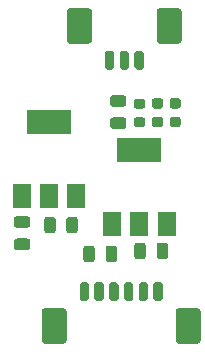
<source format=gbr>
%TF.GenerationSoftware,KiCad,Pcbnew,(5.99.0-2358-g6d8fb94d8)*%
%TF.CreationDate,2020-07-21T23:14:41+08:00*%
%TF.ProjectId,TheFC,54686546-432e-46b6-9963-61645f706362,1.0*%
%TF.SameCoordinates,Original*%
%TF.FileFunction,Paste,Bot*%
%TF.FilePolarity,Positive*%
%FSLAX46Y46*%
G04 Gerber Fmt 4.6, Leading zero omitted, Abs format (unit mm)*
G04 Created by KiCad (PCBNEW (5.99.0-2358-g6d8fb94d8)) date 2020-07-21 23:14:41*
%MOMM*%
%LPD*%
G01*
G04 APERTURE LIST*
%ADD10R,3.800000X2.000000*%
%ADD11R,1.500000X2.000000*%
G04 APERTURE END LIST*
%TO.C,J1*%
G36*
G01*
X118000000Y-63535999D02*
X118000000Y-61036001D01*
G75*
G02*
X118250001Y-60786000I250001J0D01*
G01*
X119849999Y-60786000D01*
G75*
G02*
X120100000Y-61036001I0J-250001D01*
G01*
X120100000Y-63535999D01*
G75*
G02*
X119849999Y-63786000I-250001J0D01*
G01*
X118250001Y-63786000D01*
G75*
G02*
X118000000Y-63535999I0J250001D01*
G01*
G37*
G36*
G01*
X110400000Y-63535999D02*
X110400000Y-61036001D01*
G75*
G02*
X110650001Y-60786000I250001J0D01*
G01*
X112249999Y-60786000D01*
G75*
G02*
X112500000Y-61036001I0J-250001D01*
G01*
X112500000Y-63535999D01*
G75*
G02*
X112249999Y-63786000I-250001J0D01*
G01*
X110650001Y-63786000D01*
G75*
G02*
X110400000Y-63535999I0J250001D01*
G01*
G37*
G36*
G01*
X116100000Y-65786000D02*
X116100000Y-64586000D01*
G75*
G02*
X116300000Y-64386000I200000J0D01*
G01*
X116700000Y-64386000D01*
G75*
G02*
X116900000Y-64586000I0J-200000D01*
G01*
X116900000Y-65786000D01*
G75*
G02*
X116700000Y-65986000I-200000J0D01*
G01*
X116300000Y-65986000D01*
G75*
G02*
X116100000Y-65786000I0J200000D01*
G01*
G37*
G36*
G01*
X114850000Y-65786000D02*
X114850000Y-64586000D01*
G75*
G02*
X115050000Y-64386000I200000J0D01*
G01*
X115450000Y-64386000D01*
G75*
G02*
X115650000Y-64586000I0J-200000D01*
G01*
X115650000Y-65786000D01*
G75*
G02*
X115450000Y-65986000I-200000J0D01*
G01*
X115050000Y-65986000D01*
G75*
G02*
X114850000Y-65786000I0J200000D01*
G01*
G37*
G36*
G01*
X113600000Y-65786000D02*
X113600000Y-64586000D01*
G75*
G02*
X113800000Y-64386000I200000J0D01*
G01*
X114200000Y-64386000D01*
G75*
G02*
X114400000Y-64586000I0J-200000D01*
G01*
X114400000Y-65786000D01*
G75*
G02*
X114200000Y-65986000I-200000J0D01*
G01*
X113800000Y-65986000D01*
G75*
G02*
X113600000Y-65786000I0J200000D01*
G01*
G37*
%TD*%
%TO.C,J2*%
G36*
G01*
X110361000Y-86428001D02*
X110361000Y-88927999D01*
G75*
G02*
X110110999Y-89178000I-250001J0D01*
G01*
X108511001Y-89178000D01*
G75*
G02*
X108261000Y-88927999I0J250001D01*
G01*
X108261000Y-86428001D01*
G75*
G02*
X108511001Y-86178000I250001J0D01*
G01*
X110110999Y-86178000D01*
G75*
G02*
X110361000Y-86428001I0J-250001D01*
G01*
G37*
G36*
G01*
X121711000Y-86428001D02*
X121711000Y-88927999D01*
G75*
G02*
X121460999Y-89178000I-250001J0D01*
G01*
X119861001Y-89178000D01*
G75*
G02*
X119611000Y-88927999I0J250001D01*
G01*
X119611000Y-86428001D01*
G75*
G02*
X119861001Y-86178000I250001J0D01*
G01*
X121460999Y-86178000D01*
G75*
G02*
X121711000Y-86428001I0J-250001D01*
G01*
G37*
G36*
G01*
X112261000Y-84178000D02*
X112261000Y-85378000D01*
G75*
G02*
X112061000Y-85578000I-200000J0D01*
G01*
X111661000Y-85578000D01*
G75*
G02*
X111461000Y-85378000I0J200000D01*
G01*
X111461000Y-84178000D01*
G75*
G02*
X111661000Y-83978000I200000J0D01*
G01*
X112061000Y-83978000D01*
G75*
G02*
X112261000Y-84178000I0J-200000D01*
G01*
G37*
G36*
G01*
X113511000Y-84178000D02*
X113511000Y-85378000D01*
G75*
G02*
X113311000Y-85578000I-200000J0D01*
G01*
X112911000Y-85578000D01*
G75*
G02*
X112711000Y-85378000I0J200000D01*
G01*
X112711000Y-84178000D01*
G75*
G02*
X112911000Y-83978000I200000J0D01*
G01*
X113311000Y-83978000D01*
G75*
G02*
X113511000Y-84178000I0J-200000D01*
G01*
G37*
G36*
G01*
X114761000Y-84178000D02*
X114761000Y-85378000D01*
G75*
G02*
X114561000Y-85578000I-200000J0D01*
G01*
X114161000Y-85578000D01*
G75*
G02*
X113961000Y-85378000I0J200000D01*
G01*
X113961000Y-84178000D01*
G75*
G02*
X114161000Y-83978000I200000J0D01*
G01*
X114561000Y-83978000D01*
G75*
G02*
X114761000Y-84178000I0J-200000D01*
G01*
G37*
G36*
G01*
X116011000Y-84178000D02*
X116011000Y-85378000D01*
G75*
G02*
X115811000Y-85578000I-200000J0D01*
G01*
X115411000Y-85578000D01*
G75*
G02*
X115211000Y-85378000I0J200000D01*
G01*
X115211000Y-84178000D01*
G75*
G02*
X115411000Y-83978000I200000J0D01*
G01*
X115811000Y-83978000D01*
G75*
G02*
X116011000Y-84178000I0J-200000D01*
G01*
G37*
G36*
G01*
X117261000Y-84178000D02*
X117261000Y-85378000D01*
G75*
G02*
X117061000Y-85578000I-200000J0D01*
G01*
X116661000Y-85578000D01*
G75*
G02*
X116461000Y-85378000I0J200000D01*
G01*
X116461000Y-84178000D01*
G75*
G02*
X116661000Y-83978000I200000J0D01*
G01*
X117061000Y-83978000D01*
G75*
G02*
X117261000Y-84178000I0J-200000D01*
G01*
G37*
G36*
G01*
X118511000Y-84178000D02*
X118511000Y-85378000D01*
G75*
G02*
X118311000Y-85578000I-200000J0D01*
G01*
X117911000Y-85578000D01*
G75*
G02*
X117711000Y-85378000I0J200000D01*
G01*
X117711000Y-84178000D01*
G75*
G02*
X117911000Y-83978000I200000J0D01*
G01*
X118311000Y-83978000D01*
G75*
G02*
X118511000Y-84178000I0J-200000D01*
G01*
G37*
%TD*%
D10*
%TO.C,U2*%
X116524000Y-72750000D03*
D11*
X116524000Y-79050000D03*
X114224000Y-79050000D03*
X118824000Y-79050000D03*
%TD*%
D10*
%TO.C,U1*%
X108876000Y-70404500D03*
D11*
X108876000Y-76704500D03*
X106576000Y-76704500D03*
X111176000Y-76704500D03*
%TD*%
%TO.C,R9*%
G36*
G01*
X119814250Y-70851500D02*
X119301750Y-70851500D01*
G75*
G02*
X119083000Y-70632750I0J218750D01*
G01*
X119083000Y-70195250D01*
G75*
G02*
X119301750Y-69976500I218750J0D01*
G01*
X119814250Y-69976500D01*
G75*
G02*
X120033000Y-70195250I0J-218750D01*
G01*
X120033000Y-70632750D01*
G75*
G02*
X119814250Y-70851500I-218750J0D01*
G01*
G37*
G36*
G01*
X119814250Y-69276500D02*
X119301750Y-69276500D01*
G75*
G02*
X119083000Y-69057750I0J218750D01*
G01*
X119083000Y-68620250D01*
G75*
G02*
X119301750Y-68401500I218750J0D01*
G01*
X119814250Y-68401500D01*
G75*
G02*
X120033000Y-68620250I0J-218750D01*
G01*
X120033000Y-69057750D01*
G75*
G02*
X119814250Y-69276500I-218750J0D01*
G01*
G37*
%TD*%
%TO.C,R8*%
G36*
G01*
X117803250Y-68401500D02*
X118315750Y-68401500D01*
G75*
G02*
X118534500Y-68620250I0J-218750D01*
G01*
X118534500Y-69057750D01*
G75*
G02*
X118315750Y-69276500I-218750J0D01*
G01*
X117803250Y-69276500D01*
G75*
G02*
X117584500Y-69057750I0J218750D01*
G01*
X117584500Y-68620250D01*
G75*
G02*
X117803250Y-68401500I218750J0D01*
G01*
G37*
G36*
G01*
X117803250Y-69976500D02*
X118315750Y-69976500D01*
G75*
G02*
X118534500Y-70195250I0J-218750D01*
G01*
X118534500Y-70632750D01*
G75*
G02*
X118315750Y-70851500I-218750J0D01*
G01*
X117803250Y-70851500D01*
G75*
G02*
X117584500Y-70632750I0J218750D01*
G01*
X117584500Y-70195250D01*
G75*
G02*
X117803250Y-69976500I218750J0D01*
G01*
G37*
%TD*%
%TO.C,FB2*%
G36*
G01*
X114275750Y-68148500D02*
X115188250Y-68148500D01*
G75*
G02*
X115432000Y-68392250I0J-243750D01*
G01*
X115432000Y-68879750D01*
G75*
G02*
X115188250Y-69123500I-243750J0D01*
G01*
X114275750Y-69123500D01*
G75*
G02*
X114032000Y-68879750I0J243750D01*
G01*
X114032000Y-68392250D01*
G75*
G02*
X114275750Y-68148500I243750J0D01*
G01*
G37*
G36*
G01*
X114275750Y-70023500D02*
X115188250Y-70023500D01*
G75*
G02*
X115432000Y-70267250I0J-243750D01*
G01*
X115432000Y-70754750D01*
G75*
G02*
X115188250Y-70998500I-243750J0D01*
G01*
X114275750Y-70998500D01*
G75*
G02*
X114032000Y-70754750I0J243750D01*
G01*
X114032000Y-70267250D01*
G75*
G02*
X114275750Y-70023500I243750J0D01*
G01*
G37*
%TD*%
%TO.C,F1*%
G36*
G01*
X116791750Y-70877000D02*
X116279250Y-70877000D01*
G75*
G02*
X116060500Y-70658250I0J218750D01*
G01*
X116060500Y-70220750D01*
G75*
G02*
X116279250Y-70002000I218750J0D01*
G01*
X116791750Y-70002000D01*
G75*
G02*
X117010500Y-70220750I0J-218750D01*
G01*
X117010500Y-70658250D01*
G75*
G02*
X116791750Y-70877000I-218750J0D01*
G01*
G37*
G36*
G01*
X116791750Y-69302000D02*
X116279250Y-69302000D01*
G75*
G02*
X116060500Y-69083250I0J218750D01*
G01*
X116060500Y-68645750D01*
G75*
G02*
X116279250Y-68427000I218750J0D01*
G01*
X116791750Y-68427000D01*
G75*
G02*
X117010500Y-68645750I0J-218750D01*
G01*
X117010500Y-69083250D01*
G75*
G02*
X116791750Y-69302000I-218750J0D01*
G01*
G37*
%TD*%
%TO.C,C10*%
G36*
G01*
X116101000Y-81792250D02*
X116101000Y-80879750D01*
G75*
G02*
X116344750Y-80636000I243750J0D01*
G01*
X116832250Y-80636000D01*
G75*
G02*
X117076000Y-80879750I0J-243750D01*
G01*
X117076000Y-81792250D01*
G75*
G02*
X116832250Y-82036000I-243750J0D01*
G01*
X116344750Y-82036000D01*
G75*
G02*
X116101000Y-81792250I0J243750D01*
G01*
G37*
G36*
G01*
X117976000Y-81792250D02*
X117976000Y-80879750D01*
G75*
G02*
X118219750Y-80636000I243750J0D01*
G01*
X118707250Y-80636000D01*
G75*
G02*
X118951000Y-80879750I0J-243750D01*
G01*
X118951000Y-81792250D01*
G75*
G02*
X118707250Y-82036000I-243750J0D01*
G01*
X118219750Y-82036000D01*
G75*
G02*
X117976000Y-81792250I0J243750D01*
G01*
G37*
%TD*%
%TO.C,C9*%
G36*
G01*
X108467000Y-79598750D02*
X108467000Y-78686250D01*
G75*
G02*
X108710750Y-78442500I243750J0D01*
G01*
X109198250Y-78442500D01*
G75*
G02*
X109442000Y-78686250I0J-243750D01*
G01*
X109442000Y-79598750D01*
G75*
G02*
X109198250Y-79842500I-243750J0D01*
G01*
X108710750Y-79842500D01*
G75*
G02*
X108467000Y-79598750I0J243750D01*
G01*
G37*
G36*
G01*
X110342000Y-79598750D02*
X110342000Y-78686250D01*
G75*
G02*
X110585750Y-78442500I243750J0D01*
G01*
X111073250Y-78442500D01*
G75*
G02*
X111317000Y-78686250I0J-243750D01*
G01*
X111317000Y-79598750D01*
G75*
G02*
X111073250Y-79842500I-243750J0D01*
G01*
X110585750Y-79842500D01*
G75*
G02*
X110342000Y-79598750I0J243750D01*
G01*
G37*
%TD*%
%TO.C,C7*%
G36*
G01*
X114633000Y-81133750D02*
X114633000Y-82046250D01*
G75*
G02*
X114389250Y-82290000I-243750J0D01*
G01*
X113901750Y-82290000D01*
G75*
G02*
X113658000Y-82046250I0J243750D01*
G01*
X113658000Y-81133750D01*
G75*
G02*
X113901750Y-80890000I243750J0D01*
G01*
X114389250Y-80890000D01*
G75*
G02*
X114633000Y-81133750I0J-243750D01*
G01*
G37*
G36*
G01*
X112758000Y-81133750D02*
X112758000Y-82046250D01*
G75*
G02*
X112514250Y-82290000I-243750J0D01*
G01*
X112026750Y-82290000D01*
G75*
G02*
X111783000Y-82046250I0J243750D01*
G01*
X111783000Y-81133750D01*
G75*
G02*
X112026750Y-80890000I243750J0D01*
G01*
X112514250Y-80890000D01*
G75*
G02*
X112758000Y-81133750I0J-243750D01*
G01*
G37*
%TD*%
%TO.C,C6*%
G36*
G01*
X106133750Y-78401000D02*
X107046250Y-78401000D01*
G75*
G02*
X107290000Y-78644750I0J-243750D01*
G01*
X107290000Y-79132250D01*
G75*
G02*
X107046250Y-79376000I-243750J0D01*
G01*
X106133750Y-79376000D01*
G75*
G02*
X105890000Y-79132250I0J243750D01*
G01*
X105890000Y-78644750D01*
G75*
G02*
X106133750Y-78401000I243750J0D01*
G01*
G37*
G36*
G01*
X106133750Y-80276000D02*
X107046250Y-80276000D01*
G75*
G02*
X107290000Y-80519750I0J-243750D01*
G01*
X107290000Y-81007250D01*
G75*
G02*
X107046250Y-81251000I-243750J0D01*
G01*
X106133750Y-81251000D01*
G75*
G02*
X105890000Y-81007250I0J243750D01*
G01*
X105890000Y-80519750D01*
G75*
G02*
X106133750Y-80276000I243750J0D01*
G01*
G37*
%TD*%
M02*

</source>
